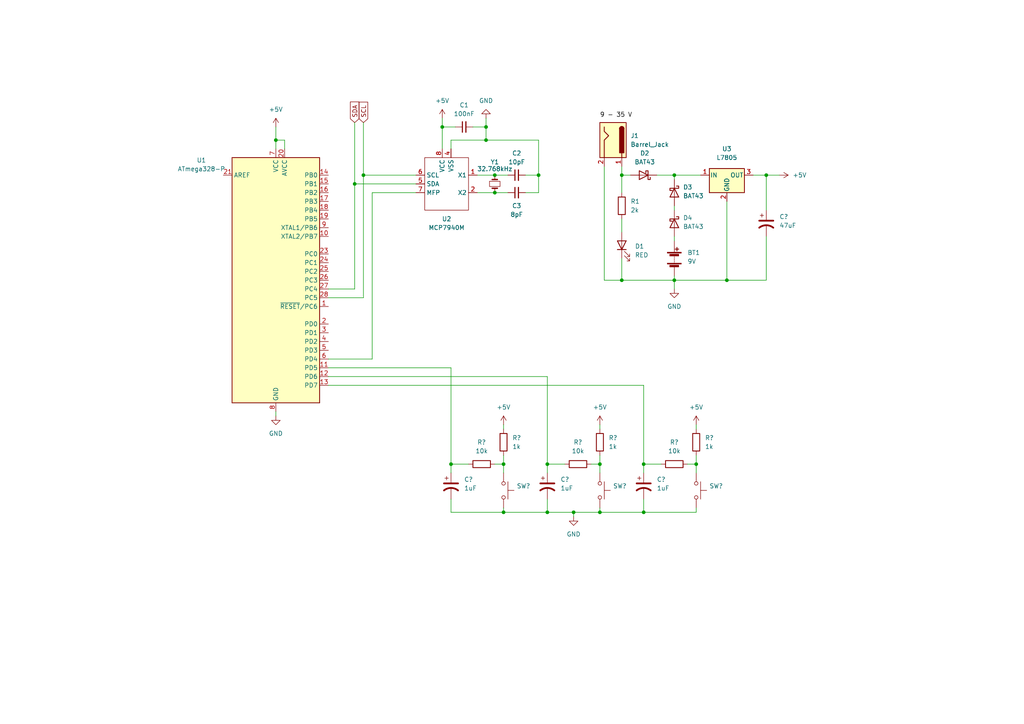
<source format=kicad_sch>
(kicad_sch (version 20211123) (generator eeschema)
  (paper "A4")
  (title_block (title "AWAC02") (date "2022-07-25") (rev "v01") (comment 2 "       which has built in pullup resistors.") (comment 3 "Notes: The SDA and SCL wires should be connected to the Qwiic Alphanumeric Displays ") (comment 4 "Author: Albin Wahlén"))
  (lib_symbols
    (symbol "Connector:Barrel_Jack" (pin_names (offset 1.016))
      (property "Reference" "J" (at 0 5.334 0))
      (property "Value" "Barrel_Jack" (at 0 -5.08 0))
      (symbol "Barrel_Jack_0_1"
        (rectangle (start -5.08 3.81) (end 5.08 -3.81) (stroke (width 0.254)) (fill (type background)))
        (arc (start -3.302 3.175) (mid -3.937 2.54) (end -3.302 1.905) (stroke (width 0.254)))
        (arc (start -3.302 3.175) (mid -3.937 2.54) (end -3.302 1.905) (stroke (width 0.254)) (fill (type outline)))
        (polyline (pts (xy 5.08 2.54) (xy 3.81 2.54)) (stroke (width 0.254)))
        (polyline (pts (xy -3.81 -2.54) (xy -2.54 -2.54) (xy -1.27 -1.27) (xy 0 -2.54) (xy 2.54 -2.54) (xy 5.08 -2.54)) (stroke (width 0.254)))
        (rectangle (start 3.683 3.175) (end -3.302 1.905) (stroke (width 0.254)) (fill (type outline)))
      )
      (symbol "Barrel_Jack_1_1"
        (pin passive line (at 7.62 2.54 180) (length 2.54) (name "~") (number "1"))
        (pin passive line (at 7.62 -2.54 180) (length 2.54) (name "~") (number "2"))
      )
    )
    (symbol "Device:Battery" (pin_numbers hide) (pin_names (offset 0) hide)
      (property "Reference" "BT" (at 2.54 2.54 0))
      (property "Value" "Battery" (at 2.54 0 0))
      (symbol "Battery_0_1"
        (rectangle (start -2.032 -1.397) (end 2.032 -1.651) (fill (type outline)))
        (rectangle (start -2.032 1.778) (end 2.032 1.524) (fill (type outline)))
        (rectangle (start -1.3208 -1.9812) (end 1.27 -2.4892) (fill (type outline)))
        (rectangle (start -1.3208 1.1938) (end 1.27 0.6858) (fill (type outline)))
        (polyline (pts (xy 0 -1.524) (xy 0 -1.27)))
        (polyline (pts (xy 0 -1.016) (xy 0 -0.762)))
        (polyline (pts (xy 0 -0.508) (xy 0 -0.254)))
        (polyline (pts (xy 0 0) (xy 0 0.254)))
        (polyline (pts (xy 0 0.508) (xy 0 0.762)))
        (polyline (pts (xy 0 1.778) (xy 0 2.54)))
        (polyline (pts (xy 0.254 2.667) (xy 1.27 2.667)) (stroke (width 0.254)))
        (polyline (pts (xy 0.762 3.175) (xy 0.762 2.159)) (stroke (width 0.254)))
      )
      (symbol "Battery_1_1"
        (pin passive line (at 0 5.08 270) (length 2.54) (name "+") (number "1"))
        (pin passive line (at 0 -5.08 90) (length 2.54) (name "-") (number "2"))
      )
    )
    (symbol "Device:C_Polarized_US" (pin_numbers hide) (pin_names (offset 0.254) hide)
      (property "Reference" "C" (at 0.635 2.54 0))
      (property "Value" "C_Polarized_US" (at 0.635 -2.54 0))
      (symbol "C_Polarized_US_0_1"
        (polyline (pts (xy -2.032 0.762) (xy 2.032 0.762)) (stroke (width 0.508)))
        (polyline (pts (xy -1.778 2.286) (xy -0.762 2.286)))
        (polyline (pts (xy -1.27 1.778) (xy -1.27 2.794)))
        (arc (start 2.032 -1.27) (mid 0 -0.5572) (end -2.032 -1.27) (stroke (width 0.508)))
      )
      (symbol "C_Polarized_US_1_1"
        (pin passive line (at 0 3.81 270) (length 2.794) (name "~") (number "1"))
        (pin passive line (at 0 -3.81 90) (length 3.302) (name "~") (number "2"))
      )
    )
    (symbol "Device:C_Small" (pin_numbers hide) (pin_names (offset 0.254) hide)
      (property "Reference" "C" (at 0.254 1.778 0))
      (property "Value" "C_Small" (at 0.254 -2.032 0))
      (symbol "C_Small_0_1"
        (polyline (pts (xy -1.524 -0.508) (xy 1.524 -0.508)) (stroke (width 0.3302)))
        (polyline (pts (xy -1.524 0.508) (xy 1.524 0.508)) (stroke (width 0.3048)))
      )
      (symbol "C_Small_1_1"
        (pin passive line (at 0 2.54 270) (length 2.032) (name "~") (number "1"))
        (pin passive line (at 0 -2.54 90) (length 2.032) (name "~") (number "2"))
      )
    )
    (symbol "Device:Crystal_Small" (pin_numbers hide) (pin_names (offset 1.016) hide)
      (property "Reference" "Y" (at 0 2.54 0))
      (property "Value" "Crystal_Small" (at 0 -2.54 0))
      (symbol "Crystal_Small_0_1"
        (rectangle (start -0.762 -1.524) (end 0.762 1.524))
        (polyline (pts (xy -1.27 -0.762) (xy -1.27 0.762)) (stroke (width 0.381)))
        (polyline (pts (xy 1.27 -0.762) (xy 1.27 0.762)) (stroke (width 0.381)))
      )
      (symbol "Crystal_Small_1_1"
        (pin passive line (at -2.54 0 0) (length 1.27) (name "1") (number "1"))
        (pin passive line (at 2.54 0 180) (length 1.27) (name "2") (number "2"))
      )
    )
    (symbol "Device:LED" (pin_numbers hide) (pin_names (offset 1.016) hide)
      (property "Reference" "D" (at 0 2.54 0))
      (property "Value" "LED" (at 0 -2.54 0))
      (symbol "LED_0_1"
        (polyline (pts (xy -1.27 -1.27) (xy -1.27 1.27)) (stroke (width 0.254)))
        (polyline (pts (xy -1.27 0) (xy 1.27 0)))
        (polyline (pts (xy 1.27 -1.27) (xy 1.27 1.27) (xy -1.27 0) (xy 1.27 -1.27)) (stroke (width 0.254)))
        (polyline (pts (xy -3.048 -0.762) (xy -4.572 -2.286) (xy -3.81 -2.286) (xy -4.572 -2.286) (xy -4.572 -1.524)))
        (polyline (pts (xy -1.778 -0.762) (xy -3.302 -2.286) (xy -2.54 -2.286) (xy -3.302 -2.286) (xy -3.302 -1.524)))
      )
      (symbol "LED_1_1"
        (pin passive line (at -3.81 0 0) (length 2.54) (name "K") (number "1"))
        (pin passive line (at 3.81 0 180) (length 2.54) (name "A") (number "2"))
      )
    )
    (symbol "Device:R" (pin_numbers hide) (pin_names (offset 0))
      (property "Reference" "R" (at 2.032 0 90))
      (property "Value" "R" (at 0 0 90))
      (symbol "R_0_1"
        (rectangle (start -1.016 -2.54) (end 1.016 2.54) (stroke (width 0.254)))
      )
      (symbol "R_1_1"
        (pin passive line (at 0 3.81 270) (length 1.27) (name "~") (number "1"))
        (pin passive line (at 0 -3.81 90) (length 1.27) (name "~") (number "2"))
      )
    )
    (symbol "Diode:BAT43" (pin_numbers hide) (pin_names (offset 1.016) hide)
      (property "Reference" "D" (at 0 2.54 0))
      (property "Value" "BAT43" (at 0 -2.54 0))
      (symbol "BAT43_0_1"
        (polyline (pts (xy 1.27 0) (xy -1.27 0)))
        (polyline (pts (xy 1.27 1.27) (xy 1.27 -1.27) (xy -1.27 0) (xy 1.27 1.27)) (stroke (width 0.254)))
        (polyline (pts (xy -1.905 0.635) (xy -1.905 1.27) (xy -1.27 1.27) (xy -1.27 -1.27) (xy -0.635 -1.27) (xy -0.635 -0.635)) (stroke (width 0.254)))
      )
      (symbol "BAT43_1_1"
        (pin passive line (at -3.81 0 0) (length 2.54) (name "K") (number "1"))
        (pin passive line (at 3.81 0 180) (length 2.54) (name "A") (number "2"))
      )
    )
    (symbol "MCU_Microchip_ATmega:ATmega328-P"
      (property "Reference" "U" (at -12.7 36.83 0))
      (property "Value" "ATmega328-P" (at 2.54 -36.83 0))
      (symbol "ATmega328-P_0_1"
        (rectangle (start -12.7 -35.56) (end 12.7 35.56) (stroke (width 0.254)) (fill (type background)))
      )
      (symbol "ATmega328-P_1_1"
        (pin bidirectional line (at 15.24 -7.62 180) (length 2.54) (name "~{RESET}/PC6") (number "1"))
        (pin bidirectional line (at 15.24 12.7 180) (length 2.54) (name "XTAL2/PB7") (number "10"))
        (pin bidirectional line (at 15.24 -25.4 180) (length 2.54) (name "PD5") (number "11"))
        (pin bidirectional line (at 15.24 -27.94 180) (length 2.54) (name "PD6") (number "12"))
        (pin bidirectional line (at 15.24 -30.48 180) (length 2.54) (name "PD7") (number "13"))
        (pin bidirectional line (at 15.24 30.48 180) (length 2.54) (name "PB0") (number "14"))
        (pin bidirectional line (at 15.24 27.94 180) (length 2.54) (name "PB1") (number "15"))
        (pin bidirectional line (at 15.24 25.4 180) (length 2.54) (name "PB2") (number "16"))
        (pin bidirectional line (at 15.24 22.86 180) (length 2.54) (name "PB3") (number "17"))
        (pin bidirectional line (at 15.24 20.32 180) (length 2.54) (name "PB4") (number "18"))
        (pin bidirectional line (at 15.24 17.78 180) (length 2.54) (name "PB5") (number "19"))
        (pin bidirectional line (at 15.24 -12.7 180) (length 2.54) (name "PD0") (number "2"))
        (pin power_in line (at 2.54 38.1 270) (length 2.54) (name "AVCC") (number "20"))
        (pin passive line (at -15.24 30.48 0) (length 2.54) (name "AREF") (number "21"))
        (pin passive line (at 0 -38.1 90) (length 2.54) hide (name "GND") (number "22"))
        (pin bidirectional line (at 15.24 7.62 180) (length 2.54) (name "PC0") (number "23"))
        (pin bidirectional line (at 15.24 5.08 180) (length 2.54) (name "PC1") (number "24"))
        (pin bidirectional line (at 15.24 2.54 180) (length 2.54) (name "PC2") (number "25"))
        (pin bidirectional line (at 15.24 0 180) (length 2.54) (name "PC3") (number "26"))
        (pin bidirectional line (at 15.24 -2.54 180) (length 2.54) (name "PC4") (number "27"))
        (pin bidirectional line (at 15.24 -5.08 180) (length 2.54) (name "PC5") (number "28"))
        (pin bidirectional line (at 15.24 -15.24 180) (length 2.54) (name "PD1") (number "3"))
        (pin bidirectional line (at 15.24 -17.78 180) (length 2.54) (name "PD2") (number "4"))
        (pin bidirectional line (at 15.24 -20.32 180) (length 2.54) (name "PD3") (number "5"))
        (pin bidirectional line (at 15.24 -22.86 180) (length 2.54) (name "PD4") (number "6"))
        (pin power_in line (at 0 38.1 270) (length 2.54) (name "VCC") (number "7"))
        (pin power_in line (at 0 -38.1 90) (length 2.54) (name "GND") (number "8"))
        (pin bidirectional line (at 15.24 15.24 180) (length 2.54) (name "XTAL1/PB6") (number "9"))
      )
    )
    (symbol "Regulator_Linear:L7805" (pin_names (offset 0.254))
      (property "Reference" "U" (at -3.81 3.175 0))
      (property "Value" "L7805" (at 0 3.175 0))
      (symbol "L7805_0_1"
        (rectangle (start -5.08 1.905) (end 5.08 -5.08) (stroke (width 0.254)) (fill (type background)))
      )
      (symbol "L7805_1_1"
        (pin power_in line (at -7.62 0 0) (length 2.54) (name "IN") (number "1"))
        (pin power_in line (at 0 -7.62 90) (length 2.54) (name "GND") (number "2"))
        (pin power_out line (at 7.62 0 180) (length 2.54) (name "OUT") (number "3"))
      )
    )
    (symbol "Switch:SW_Push" (pin_numbers hide) (pin_names (offset 1.016) hide)
      (property "Reference" "SW" (at 1.27 2.54 0))
      (property "Value" "SW_Push" (at 0 -1.524 0))
      (symbol "SW_Push_0_1"
        (circle (center -2.032 0) (radius 0.508))
        (polyline (pts (xy 0 1.27) (xy 0 3.048)))
        (polyline (pts (xy 2.54 1.27) (xy -2.54 1.27)))
        (circle (center 2.032 0) (radius 0.508))
        (pin passive line (at -5.08 0 0) (length 2.54) (name "1") (number "1"))
        (pin passive line (at 5.08 0 180) (length 2.54) (name "2") (number "2"))
      )
    )
    (symbol "awac02:MCP7940M"
      (property "Reference" "U" (at -5.08 5.08 0))
      (property "Value" "MCP7940M" (at 0 -8.89 0))
      (symbol "MCP7940M_0_1"
        (rectangle (start -6.35 7.62) (end 6.35 -7.62))
      )
      (symbol "MCP7940M_1_1"
        (pin input line (at 8.89 2.54 180) (length 2.54) (name "X1") (number "1"))
        (pin input line (at 8.89 -2.54 180) (length 2.54) (name "X2") (number "2"))
        (pin input line (at 1.27 10.16 270) (length 2.54) (name "VSS") (number "4"))
        (pin input line (at -8.89 0 0) (length 2.54) (name "SDA") (number "5"))
        (pin input line (at -8.89 2.54 0) (length 2.54) (name "SCL") (number "6"))
        (pin input line (at -8.89 -2.54 0) (length 2.54) (name "MFP") (number "7"))
        (pin input line (at -1.27 10.16 270) (length 2.54) (name "VCC") (number "8"))
      )
    )
    (symbol "power:+5V" (power) (pin_names (offset 0))
      (property "Value" "+5V" (at 0 3.556 0))
      (symbol "+5V_0_1"
        (polyline (pts (xy -0.762 1.27) (xy 0 2.54)))
        (polyline (pts (xy 0 0) (xy 0 2.54)))
        (polyline (pts (xy 0 2.54) (xy 0.762 1.27)))
      )
      (symbol "+5V_1_1"
        (pin power_in line (at 0 0 90) (length 0) hide (name "+5V") (number "1"))
      )
    )
    (symbol "power:GND" (power) (pin_names (offset 0))
      (property "Value" "GND" (at 0 -3.81 0))
      (symbol "GND_0_1"
        (polyline (pts (xy 0 0) (xy 0 -1.27) (xy 1.27 -1.27) (xy 0 -2.54) (xy -1.27 -1.27) (xy 0 -1.27)))
      )
      (symbol "GND_1_1"
        (pin power_in line (at 0 0 270) (length 0) hide (name "GND") (number "1"))
      )
    )
  )
  (junction (at 173.99 148.59))
  (junction (at 180.34 50.8))
  (junction (at 128.27 36.83))
  (junction (at 80.01 40.64))
  (junction (at 201.93 134.62))
  (junction (at 222.25 50.8))
  (junction (at 102.87 53.34))
  (junction (at 186.69 134.62))
  (junction (at 146.05 148.59))
  (junction (at 158.75 134.62))
  (junction (at 156.21 50.8))
  (junction (at 143.51 55.88))
  (junction (at 166.37 148.59))
  (junction (at 210.82 81.28))
  (junction (at 146.05 134.62))
  (junction (at 186.69 148.59))
  (junction (at 173.99 134.62))
  (junction (at 180.34 81.28))
  (junction (at 195.58 81.28))
  (junction (at 143.51 50.8))
  (junction (at 158.75 148.59))
  (junction (at 105.41 50.8))
  (junction (at 195.58 50.8))
  (junction (at 130.81 134.62))
  (junction (at 140.97 40.64))
  (junction (at 140.97 36.83))
  (wire (pts (xy 158.75 144.78) (xy 158.75 148.59)))
  (wire (pts (xy 175.26 48.26) (xy 175.26 81.28)))
  (wire (pts (xy 80.01 36.83) (xy 80.01 40.64)))
  (wire (pts (xy 130.81 148.59) (xy 146.05 148.59)))
  (wire (pts (xy 186.69 111.76) (xy 186.69 134.62)))
  (wire (pts (xy 158.75 137.16) (xy 158.75 134.62)))
  (wire (pts (xy 218.44 50.8) (xy 222.25 50.8)))
  (wire (pts (xy 158.75 109.22) (xy 158.75 134.62)))
  (wire (pts (xy 105.41 50.8) (xy 105.41 86.36)))
  (wire (pts (xy 173.99 134.62) (xy 173.99 137.16)))
  (wire (pts (xy 102.87 35.56) (xy 102.87 53.34)))
  (wire (pts (xy 80.01 40.64) (xy 82.55 40.64)))
  (wire (pts (xy 130.81 144.78) (xy 130.81 148.59)))
  (wire (pts (xy 195.58 59.69) (xy 195.58 60.96)))
  (wire (pts (xy 180.34 48.26) (xy 180.34 50.8)))
  (wire (pts (xy 120.65 53.34) (xy 102.87 53.34)))
  (wire (pts (xy 158.75 134.62) (xy 163.83 134.62)))
  (wire (pts (xy 195.58 68.58) (xy 195.58 69.85)))
  (wire (pts (xy 195.58 81.28) (xy 210.82 81.28)))
  (wire (pts (xy 152.4 50.8) (xy 156.21 50.8)))
  (wire (pts (xy 180.34 74.93) (xy 180.34 81.28)))
  (wire (pts (xy 128.27 34.29) (xy 128.27 36.83)))
  (wire (pts (xy 146.05 134.62) (xy 146.05 137.16)))
  (wire (pts (xy 140.97 34.29) (xy 140.97 36.83)))
  (wire (pts (xy 173.99 147.32) (xy 173.99 148.59)))
  (wire (pts (xy 95.25 109.22) (xy 158.75 109.22)))
  (wire (pts (xy 180.34 50.8) (xy 180.34 55.88)))
  (wire (pts (xy 180.34 63.5) (xy 180.34 67.31)))
  (wire (pts (xy 166.37 148.59) (xy 173.99 148.59)))
  (wire (pts (xy 180.34 50.8) (xy 182.88 50.8)))
  (wire (pts (xy 146.05 147.32) (xy 146.05 148.59)))
  (wire (pts (xy 199.39 134.62) (xy 201.93 134.62)))
  (wire (pts (xy 107.95 104.14) (xy 95.25 104.14)))
  (wire (pts (xy 190.5 50.8) (xy 195.58 50.8)))
  (wire (pts (xy 195.58 50.8) (xy 203.2 50.8)))
  (wire (pts (xy 105.41 35.56) (xy 105.41 50.8)))
  (wire (pts (xy 82.55 40.64) (xy 82.55 43.18)))
  (wire (pts (xy 195.58 81.28) (xy 195.58 83.82)))
  (wire (pts (xy 222.25 81.28) (xy 210.82 81.28)))
  (wire (pts (xy 173.99 123.19) (xy 173.99 124.46)))
  (wire (pts (xy 130.81 134.62) (xy 135.89 134.62)))
  (wire (pts (xy 201.93 147.32) (xy 201.93 148.59)))
  (wire (pts (xy 128.27 43.18) (xy 128.27 36.83)))
  (wire (pts (xy 175.26 81.28) (xy 180.34 81.28)))
  (wire (pts (xy 201.93 132.08) (xy 201.93 134.62)))
  (wire (pts (xy 95.25 83.82) (xy 102.87 83.82)))
  (wire (pts (xy 138.43 50.8) (xy 143.51 50.8)))
  (wire (pts (xy 146.05 148.59) (xy 158.75 148.59)))
  (wire (pts (xy 222.25 50.8) (xy 226.06 50.8)))
  (wire (pts (xy 130.81 106.68) (xy 130.81 134.62)))
  (wire (pts (xy 156.21 50.8) (xy 156.21 55.88)))
  (wire (pts (xy 173.99 132.08) (xy 173.99 134.62)))
  (wire (pts (xy 146.05 132.08) (xy 146.05 134.62)))
  (wire (pts (xy 102.87 53.34) (xy 102.87 83.82)))
  (wire (pts (xy 171.45 134.62) (xy 173.99 134.62)))
  (wire (pts (xy 80.01 119.38) (xy 80.01 120.65)))
  (wire (pts (xy 107.95 55.88) (xy 107.95 104.14)))
  (wire (pts (xy 186.69 137.16) (xy 186.69 134.62)))
  (wire (pts (xy 158.75 148.59) (xy 166.37 148.59)))
  (wire (pts (xy 201.93 134.62) (xy 201.93 137.16)))
  (wire (pts (xy 186.69 148.59) (xy 201.93 148.59)))
  (wire (pts (xy 95.25 106.68) (xy 130.81 106.68)))
  (wire (pts (xy 130.81 137.16) (xy 130.81 134.62)))
  (wire (pts (xy 138.43 55.88) (xy 143.51 55.88)))
  (wire (pts (xy 95.25 86.36) (xy 105.41 86.36)))
  (wire (pts (xy 180.34 81.28) (xy 195.58 81.28)))
  (wire (pts (xy 173.99 148.59) (xy 186.69 148.59)))
  (wire (pts (xy 222.25 68.58) (xy 222.25 81.28)))
  (wire (pts (xy 120.65 50.8) (xy 105.41 50.8)))
  (wire (pts (xy 201.93 123.19) (xy 201.93 124.46)))
  (wire (pts (xy 186.69 144.78) (xy 186.69 148.59)))
  (wire (pts (xy 140.97 40.64) (xy 156.21 40.64)))
  (wire (pts (xy 80.01 43.18) (xy 80.01 40.64)))
  (wire (pts (xy 132.08 36.83) (xy 128.27 36.83)))
  (wire (pts (xy 195.58 80.01) (xy 195.58 81.28)))
  (wire (pts (xy 186.69 134.62) (xy 191.77 134.62)))
  (wire (pts (xy 210.82 58.42) (xy 210.82 81.28)))
  (wire (pts (xy 137.16 36.83) (xy 140.97 36.83)))
  (wire (pts (xy 146.05 123.19) (xy 146.05 124.46)))
  (wire (pts (xy 156.21 40.64) (xy 156.21 50.8)))
  (wire (pts (xy 152.4 55.88) (xy 156.21 55.88)))
  (wire (pts (xy 95.25 111.76) (xy 186.69 111.76)))
  (wire (pts (xy 166.37 148.59) (xy 166.37 149.86)))
  (wire (pts (xy 195.58 50.8) (xy 195.58 52.07)))
  (wire (pts (xy 143.51 55.88) (xy 147.32 55.88)))
  (wire (pts (xy 143.51 50.8) (xy 147.32 50.8)))
  (wire (pts (xy 222.25 50.8) (xy 222.25 60.96)))
  (wire (pts (xy 140.97 40.64) (xy 140.97 36.83)))
  (wire (pts (xy 120.65 55.88) (xy 107.95 55.88)))
  (wire (pts (xy 143.51 134.62) (xy 146.05 134.62)))
  (wire (pts (xy 130.81 40.64) (xy 140.97 40.64)))
  (wire (pts (xy 130.81 43.18) (xy 130.81 40.64)))
  (label "9 - 35 V" (at 173.99 34.29 0))
  (global_label "SDA" (shape input) (at 102.87 35.56 90) (property "Intersheet References" "${INTERSHEET_REFS}" (effects hide)))
  (global_label "SCL" (shape input) (at 105.41 35.56 90) (property "Intersheet References" "${INTERSHEET_REFS}" (effects hide)))
  (symbol (lib_id "Device:Crystal_Small") (at 143.51 53.34 270) (unit 1)
    (property "Reference" "Y1" (at 143.51 46.99 90))
    (property "Value" "32.768kHz" (at 143.51 48.26 90) (effects (justify top)))
  )
  (symbol (lib_id "power:+5V") (at 173.99 123.19 0) (unit 1)
    (property "Reference" "#PWR?" (effects hide))
    (property "Value" "+5V" (at 173.99 118.11 0))
  )
  (symbol (lib_id "Device:R") (at 146.05 128.27 0) (unit 1)
    (property "Reference" "R?" (at 148.59 126.9999 0) (effects (justify left)))
    (property "Value" "1k" (at 148.59 129.5399 0) (effects (justify left)))
  )
  (symbol (lib_id "Diode:BAT43") (at 195.58 55.88 270) (unit 1)
    (property "Reference" "D3" (at 198.12 54.2924 90) (effects (justify left)))
    (property "Value" "BAT43" (at 198.12 56.8324 90) (effects (justify left)))
    (property "Footprint" "Diode_THT:D_DO-35_SOD27_P7.62mm_Horizontal" (effects hide))
    (property "Datasheet" "http://www.vishay.com/docs/85660/bat42.pdf" (effects hide))
  )
  (symbol (lib_id "Device:R") (at 139.7 134.62 90) (unit 1)
    (property "Reference" "R?" (at 139.7 128.27 90))
    (property "Value" "10k" (at 139.7 130.81 90))
  )
  (symbol (lib_id "Diode:BAT43") (at 186.69 50.8 180) (unit 1)
    (property "Reference" "D2" (at 187.0075 44.45 0))
    (property "Value" "BAT43" (at 187.0075 46.99 0))
    (property "Footprint" "Diode_THT:D_DO-35_SOD27_P7.62mm_Horizontal" (effects hide))
    (property "Datasheet" "http://www.vishay.com/docs/85660/bat42.pdf" (effects hide))
  )
  (symbol (lib_id "Device:R") (at 173.99 128.27 0) (unit 1)
    (property "Reference" "R?" (at 176.53 126.9999 0) (effects (justify left)))
    (property "Value" "1k" (at 176.53 129.5399 0) (effects (justify left)))
  )
  (symbol (lib_id "Device:C_Polarized_US") (at 222.25 64.77 0) (unit 1)
    (property "Reference" "C?" (at 226.06 62.8649 0) (effects (justify left)))
    (property "Value" "47uF" (at 226.06 65.4049 0) (effects (justify left)))
  )
  (symbol (lib_id "Device:R") (at 195.58 134.62 90) (unit 1)
    (property "Reference" "R?" (at 195.58 128.27 90))
    (property "Value" "10k" (at 195.58 130.81 90))
  )
  (symbol (lib_id "power:GND") (at 166.37 149.86 0) (unit 1)
    (property "Reference" "#PWR?" (effects hide))
    (property "Value" "GND" (at 166.37 154.94 0))
  )
  (symbol (lib_id "awac02:MCP7940M") (at 129.54 53.34 0) (unit 1)
    (property "Reference" "U2" (at 129.54 63.5 0))
    (property "Value" "MCP7940M" (at 129.54 66.04 0))
    (property "Footprint" "Package_DIP:DIP-8_W7.62mm_Socket" (effects hide))
  )
  (symbol (lib_id "power:+5V") (at 146.05 123.19 0) (unit 1)
    (property "Reference" "#PWR?" (effects hide))
    (property "Value" "+5V" (at 146.05 118.11 0))
  )
  (symbol (lib_id "Switch:SW_Push") (at 146.05 142.24 270) (unit 1)
    (property "Reference" "SW?" (at 149.86 140.9699 90) (effects (justify left)))
    (property "Value" " " (at 149.86 143.5099 90) (effects (justify left)))
  )
  (symbol (lib_id "Device:Battery") (at 195.58 74.93 0) (unit 1)
    (property "Reference" "BT1" (at 199.39 73.2789 0) (effects (justify left)))
    (property "Value" "9V" (at 199.39 75.8189 0) (effects (justify left)))
  )
  (symbol (lib_id "Device:C_Small") (at 134.62 36.83 90) (unit 1)
    (property "Reference" "C1" (at 134.6263 30.48 90))
    (property "Value" "100nF" (at 134.6263 33.02 90))
  )
  (symbol (lib_id "Device:LED") (at 180.34 71.12 90) (unit 1)
    (property "Reference" "D1" (at 184.15 71.4374 90) (effects (justify right)))
    (property "Value" "RED" (at 184.15 73.9774 90) (effects (justify right)))
  )
  (symbol (lib_id "power:+5V") (at 80.01 36.83 0) (unit 1)
    (property "Reference" "#PWR01" (effects hide))
    (property "Value" "+5V" (at 80.01 31.75 0))
  )
  (symbol (lib_id "Device:C_Small") (at 149.86 55.88 90) (unit 1)
    (property "Reference" "C3" (at 149.86 59.69 90))
    (property "Value" "8pF" (at 149.86 62.23 90))
  )
  (symbol (lib_id "power:+5V") (at 128.27 34.29 0) (unit 1)
    (property "Reference" "#PWR03" (effects hide))
    (property "Value" "+5V" (at 128.27 29.21 0))
  )
  (symbol (lib_id "Device:C_Small") (at 149.86 50.8 90) (unit 1)
    (property "Reference" "C2" (at 149.8663 44.45 90))
    (property "Value" "10pF" (at 149.8663 46.99 90))
  )
  (symbol (lib_id "Device:R") (at 180.34 59.69 0) (unit 1)
    (property "Reference" "R1" (at 182.88 58.4199 0) (effects (justify left)))
    (property "Value" "2k" (at 182.88 60.9599 0) (effects (justify left)))
  )
  (symbol (lib_id "Device:C_Polarized_US") (at 158.75 140.97 0) (unit 1)
    (property "Reference" "C?" (at 162.56 139.0649 0) (effects (justify left)))
    (property "Value" "1uF" (at 162.56 141.6049 0) (effects (justify left)))
  )
  (symbol (lib_id "Connector:Barrel_Jack") (at 177.8 40.64 270) (unit 1)
    (property "Reference" "J1" (at 182.88 39.3699 90) (effects (justify left)))
    (property "Value" "Barrel_Jack" (at 182.88 41.9099 90) (effects (justify left)))
    (property "Footprint" "Connector_BarrelJack:BarrelJack_SwitchcraftConxall_RAPC10U_Horizontal" (effects hide))
  )
  (symbol (lib_id "power:GND") (at 195.58 83.82 0) (mirror y) (unit 1)
    (property "Reference" "#PWR05" (effects hide))
    (property "Value" "GND" (at 195.58 88.9 0))
  )
  (symbol (lib_id "Device:C_Polarized_US") (at 186.69 140.97 0) (unit 1)
    (property "Reference" "C?" (at 190.5 139.0649 0) (effects (justify left)))
    (property "Value" "1uF" (at 190.5 141.6049 0) (effects (justify left)))
  )
  (symbol (lib_id "power:+5V") (at 226.06 50.8 270) (unit 1)
    (property "Reference" "#PWR06" (effects hide))
    (property "Value" "+5V" (at 229.87 50.7999 90) (effects (justify left)))
  )
  (symbol (lib_id "power:GND") (at 140.97 34.29 180) (unit 1)
    (property "Reference" "#PWR04" (effects hide))
    (property "Value" "GND" (at 140.97 29.21 0))
  )
  (symbol (lib_id "Switch:SW_Push") (at 173.99 142.24 270) (unit 1)
    (property "Reference" "SW?" (at 177.8 140.9699 90) (effects (justify left)))
    (property "Value" " " (at 177.8 143.5099 90) (effects (justify left)))
  )
  (symbol (lib_id "power:+5V") (at 201.93 123.19 0) (unit 1)
    (property "Reference" "#PWR?" (effects hide))
    (property "Value" "+5V" (at 201.93 118.11 0))
  )
  (symbol (lib_id "Switch:SW_Push") (at 201.93 142.24 270) (unit 1)
    (property "Reference" "SW?" (at 205.74 140.9699 90) (effects (justify left)))
    (property "Value" " " (at 205.74 143.5099 90) (effects (justify left)))
  )
  (symbol (lib_id "Regulator_Linear:L7805") (at 210.82 50.8 0) (unit 1)
    (property "Reference" "U3" (at 210.82 43.18 0))
    (property "Value" "L7805" (at 210.82 45.72 0))
    (property "Footprint" "Package_TO_SOT_THT:TO-220-3_Vertical" (effects hide))
    (property "Datasheet" "http://www.st.com/content/ccc/resource/technical/document/datasheet/41/4f/b3/b0/12/d4/47/88/CD00000444.pdf/files/CD00000444.pdf/jcr:content/translations/en.CD00000444.pdf" (effects hide))
  )
  (symbol (lib_id "Device:C_Polarized_US") (at 130.81 140.97 0) (unit 1)
    (property "Reference" "C?" (at 134.62 139.0649 0) (effects (justify left)))
    (property "Value" "1uF" (at 134.62 141.6049 0) (effects (justify left)))
  )
  (symbol (lib_id "Diode:BAT43") (at 195.58 64.77 270) (unit 1)
    (property "Reference" "D4" (at 198.12 63.1824 90) (effects (justify left)))
    (property "Value" "BAT43" (at 198.12 65.7224 90) (effects (justify left)))
    (property "Footprint" "Diode_THT:D_DO-35_SOD27_P7.62mm_Horizontal" (effects hide))
    (property "Datasheet" "http://www.vishay.com/docs/85660/bat42.pdf" (effects hide))
  )
  (symbol (lib_id "MCU_Microchip_ATmega:ATmega328-P") (at 80.01 81.28 0) (unit 1)
    (property "Reference" "U1" (at 58.42 46.4693 0))
    (property "Value" "ATmega328-P" (at 58.42 49.0093 0))
    (property "Footprint" "Package_DIP:DIP-28_W7.62mm_Socket" (effects hide))
    (property "Datasheet" "http://ww1.microchip.com/downloads/en/DeviceDoc/ATmega328_P%20AVR%20MCU%20with%20picoPower%20Technology%20Data%20Sheet%2040001984A.pdf" (effects hide))
  )
  (symbol (lib_id "Device:R") (at 201.93 128.27 0) (unit 1)
    (property "Reference" "R?" (at 204.47 126.9999 0) (effects (justify left)))
    (property "Value" "1k" (at 204.47 129.5399 0) (effects (justify left)))
  )
  (symbol (lib_id "power:GND") (at 80.01 120.65 0) (unit 1)
    (property "Reference" "#PWR02" (effects hide))
    (property "Value" "GND" (at 80.01 125.73 0))
  )
  (symbol (lib_id "Device:R") (at 167.64 134.62 90) (unit 1)
    (property "Reference" "R?" (at 167.64 128.27 90))
    (property "Value" "10k" (at 167.64 130.81 90))
  )
)
</source>
